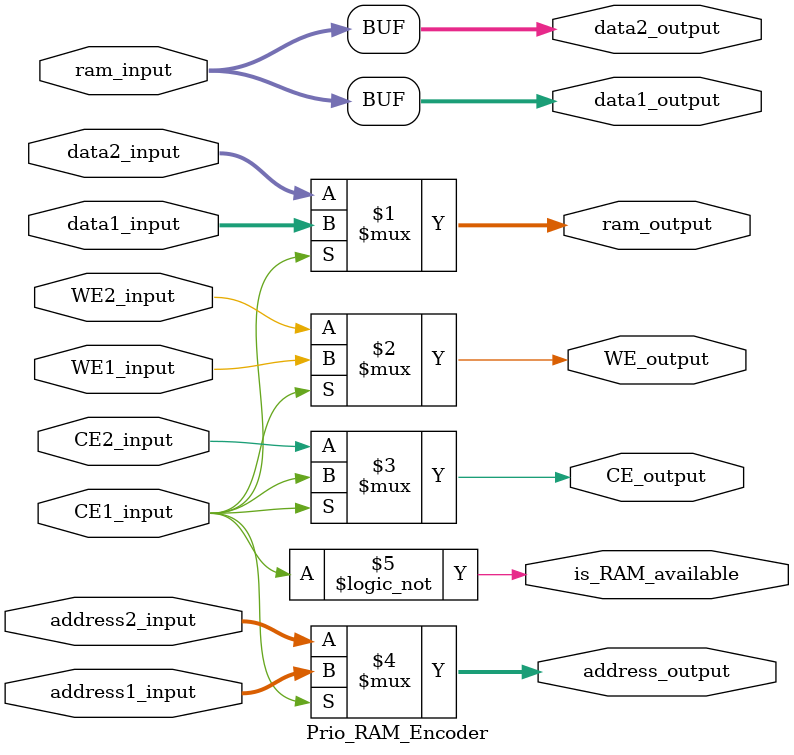
<source format=v>

`timescale 1ns / 1ps

module Prio_RAM_Encoder 
#(
    parameter DATA_WIDTH = 8,
    parameter ADDRESS_WIDTH = 16
)(
    input WE1_input, WE2_input,
    input CE1_input, CE2_input,
    input[ADDRESS_WIDTH-1:0] address1_input, address2_input,
    input[DATA_WIDTH-1:0] data1_input, data2_input, ram_input,
    output[DATA_WIDTH-1:0] data1_output, data2_output, ram_output,
    output WE_output,
    output CE_output,
    output[ADDRESS_WIDTH-1:0] address_output,
    output is_RAM_available
);

    assign data1_output = ram_input;
    assign data2_output = ram_input;
    assign ram_output = CE1_input ? data1_input : data2_input;
    
    assign WE_output = CE1_input ? WE1_input : WE2_input;
    assign CE_output = CE1_input ? CE1_input : CE2_input;
    assign address_output = CE1_input ? address1_input : address2_input;
        
    assign is_RAM_available = !CE1_input;

endmodule





















</source>
